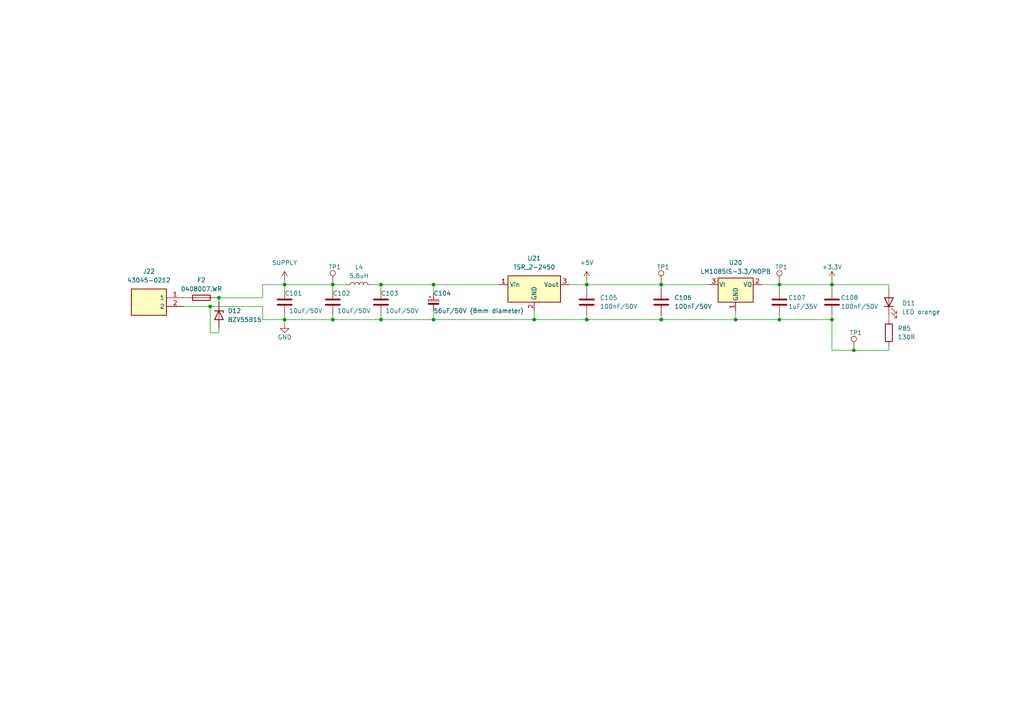
<source format=kicad_sch>
(kicad_sch (version 20230121) (generator eeschema)
  (paper "A4")
  (lib_symbols
    (symbol "43045-0212:43045-0212"
      (property "Reference" "J" (at 16.51 7.62 0))
      (property "Value" "43045-0212" (at 16.51 5.08 0))
      (symbol "43045-0212_1_1"
        (rectangle (start 5.08 2.54) (end 15.24 -5.08) (stroke (width 0.254)) (fill (type background)))
        (pin passive line (at 0 -2.54 0) (length 5.08) (name "1") (number "1"))
        (pin passive line (at 0 0 0) (length 5.08) (name "2") (number "2"))
      )
    )
    (symbol "Connector:TestPoint" (pin_numbers hide) (pin_names (offset 0.762) hide)
      (property "Reference" "TP" (at 0 6.858 0))
      (property "Value" "TestPoint" (at 0 5.08 0))
      (symbol "TestPoint_0_1"
        (circle (center 0 3.302) (radius 0.762))
      )
      (symbol "TestPoint_1_1"
        (pin passive line (at 0 0 90) (length 2.54) (name "1") (number "1"))
      )
    )
    (symbol "Device:C" (pin_numbers hide) (pin_names (offset 0.254))
      (property "Reference" "C" (at 0.635 2.54 0))
      (property "Value" "C" (at 0.635 -2.54 0))
      (symbol "C_0_1"
        (polyline (pts (xy -2.032 -0.762) (xy 2.032 -0.762)) (stroke (width 0.508)))
        (polyline (pts (xy -2.032 0.762) (xy 2.032 0.762)) (stroke (width 0.508)))
      )
      (symbol "C_1_1"
        (pin passive line (at 0 3.81 270) (length 2.794) (name "~") (number "1"))
        (pin passive line (at 0 -3.81 90) (length 2.794) (name "~") (number "2"))
      )
    )
    (symbol "Device:C_Polarized_Small" (pin_numbers hide) (pin_names (offset 0.254) hide)
      (property "Reference" "C" (at 0.254 1.778 0))
      (property "Value" "C_Polarized_Small" (at 0.254 -2.032 0))
      (symbol "C_Polarized_Small_0_1"
        (rectangle (start -1.524 -0.3048) (end 1.524 -0.6858) (fill (type outline)))
        (rectangle (start -1.524 0.6858) (end 1.524 0.3048))
        (polyline (pts (xy -1.27 1.524) (xy -0.762 1.524)))
        (polyline (pts (xy -1.016 1.27) (xy -1.016 1.778)))
      )
      (symbol "C_Polarized_Small_1_1"
        (pin passive line (at 0 2.54 270) (length 1.8542) (name "~") (number "1"))
        (pin passive line (at 0 -2.54 90) (length 1.8542) (name "~") (number "2"))
      )
    )
    (symbol "Device:Fuse" (pin_numbers hide) (pin_names (offset 0))
      (property "Reference" "F" (at 2.032 0 90))
      (property "Value" "Fuse" (at -1.905 0 90))
      (symbol "Fuse_0_1"
        (rectangle (start -0.762 -2.54) (end 0.762 2.54) (stroke (width 0.254)))
        (polyline (pts (xy 0 2.54) (xy 0 -2.54)))
      )
      (symbol "Fuse_1_1"
        (pin passive line (at 0 3.81 270) (length 1.27) (name "~") (number "1"))
        (pin passive line (at 0 -3.81 90) (length 1.27) (name "~") (number "2"))
      )
    )
    (symbol "Device:L" (pin_numbers hide) (pin_names (offset 1.016) hide)
      (property "Reference" "L" (at -1.27 0 90))
      (property "Value" "L" (at 1.905 0 90))
      (symbol "L_0_1"
        (arc (start 0 -2.54) (mid 0.6323 -1.905) (end 0 -1.27))
        (arc (start 0 -1.27) (mid 0.6323 -0.635) (end 0 0))
        (arc (start 0 0) (mid 0.6323 0.635) (end 0 1.27))
        (arc (start 0 1.27) (mid 0.6323 1.905) (end 0 2.54))
      )
      (symbol "L_1_1"
        (pin passive line (at 0 3.81 270) (length 1.27) (name "1") (number "1"))
        (pin passive line (at 0 -3.81 90) (length 1.27) (name "2") (number "2"))
      )
    )
    (symbol "Device:LED" (pin_numbers hide) (pin_names (offset 1.016) hide)
      (property "Reference" "D" (at 0 2.54 0))
      (property "Value" "LED" (at 0 -2.54 0))
      (symbol "LED_0_1"
        (polyline (pts (xy -1.27 -1.27) (xy -1.27 1.27)) (stroke (width 0.254)))
        (polyline (pts (xy -1.27 0) (xy 1.27 0)))
        (polyline (pts (xy 1.27 -1.27) (xy 1.27 1.27) (xy -1.27 0) (xy 1.27 -1.27)) (stroke (width 0.254)))
        (polyline (pts (xy -3.048 -0.762) (xy -4.572 -2.286) (xy -3.81 -2.286) (xy -4.572 -2.286) (xy -4.572 -1.524)))
        (polyline (pts (xy -1.778 -0.762) (xy -3.302 -2.286) (xy -2.54 -2.286) (xy -3.302 -2.286) (xy -3.302 -1.524)))
      )
      (symbol "LED_1_1"
        (pin passive line (at -3.81 0 0) (length 2.54) (name "K") (number "1"))
        (pin passive line (at 3.81 0 180) (length 2.54) (name "A") (number "2"))
      )
    )
    (symbol "Device:R" (pin_numbers hide) (pin_names (offset 0))
      (property "Reference" "R" (at 2.032 0 90))
      (property "Value" "R" (at 0 0 90))
      (symbol "R_0_1"
        (rectangle (start -1.016 -2.54) (end 1.016 2.54) (stroke (width 0.254)))
      )
      (symbol "R_1_1"
        (pin passive line (at 0 3.81 270) (length 1.27) (name "~") (number "1"))
        (pin passive line (at 0 -3.81 90) (length 1.27) (name "~") (number "2"))
      )
    )
    (symbol "Diode:BZV55B15" (pin_numbers hide) (pin_names hide)
      (property "Reference" "D" (at 0 2.54 0))
      (property "Value" "BZV55B15" (at 0 -2.54 0))
      (symbol "BZV55B15_0_1"
        (polyline (pts (xy 1.27 0) (xy -1.27 0)))
        (polyline (pts (xy -1.27 -1.27) (xy -1.27 1.27) (xy -0.762 1.27)) (stroke (width 0.254)))
        (polyline (pts (xy 1.27 -1.27) (xy 1.27 1.27) (xy -1.27 0) (xy 1.27 -1.27)) (stroke (width 0.254)))
      )
      (symbol "BZV55B15_1_1"
        (pin passive line (at -3.81 0 0) (length 2.54) (name "K") (number "1"))
        (pin passive line (at 3.81 0 180) (length 2.54) (name "A") (number "2"))
      )
    )
    (symbol "Regulator_Linear:LM1085-3.3" (pin_names (offset 0.254))
      (property "Reference" "U" (at -3.81 3.175 0))
      (property "Value" "LM1085-3.3" (at 0 3.175 0))
      (symbol "LM1085-3.3_0_1"
        (rectangle (start -5.08 1.905) (end 5.08 -5.08) (stroke (width 0.254)) (fill (type background)))
      )
      (symbol "LM1085-3.3_1_1"
        (pin power_in line (at 0 -7.62 90) (length 2.54) (name "GND") (number "1"))
        (pin power_out line (at 7.62 0 180) (length 2.54) (name "VO") (number "2"))
        (pin power_in line (at -7.62 0 0) (length 2.54) (name "VI") (number "3"))
      )
    )
    (symbol "Regulator_Switching:TSR_1-2490"
      (property "Reference" "U" (at -7.62 6.35 0))
      (property "Value" "TSR_1-2490" (at -1.27 6.35 0))
      (symbol "TSR_1-2490_0_1"
        (rectangle (start -7.62 5.08) (end 7.62 -2.54) (stroke (width 0.254)) (fill (type background)))
      )
      (symbol "TSR_1-2490_1_1"
        (pin power_in line (at -10.16 2.54 0) (length 2.54) (name "Vin") (number "1"))
        (pin power_in line (at 0 -5.08 90) (length 2.54) (name "GND") (number "2"))
        (pin power_out line (at 10.16 2.54 180) (length 2.54) (name "Vout") (number "3"))
      )
    )
    (symbol "bmsPower_Symbols:+3V3_0" (power) (in_bom no) (on_board no)
      (property "Value" "+3V3_0" (at 0 3.302 0))
      (symbol "+3V3_0_0_1"
        (polyline (pts (xy -0.762 1.27) (xy 0 2.54)))
        (polyline (pts (xy 0 0) (xy 0 2.54)))
        (polyline (pts (xy 0 2.54) (xy 0.762 1.27)))
      )
      (symbol "+3V3_0_1_1"
        (pin power_in line (at 0 0 90) (length 0) hide (name "+3.3V") (number "1"))
      )
    )
    (symbol "bmsPower_Symbols:GND_0" (power) (in_bom no) (on_board no)
      (property "Value" "GND_0" (at 0 -4.064 0))
      (symbol "GND_0_0_1"
        (polyline (pts (xy 0 0) (xy 0 -1.27) (xy 1.27 -1.27) (xy 0 -2.54) (xy -1.27 -1.27) (xy 0 -1.27)))
      )
      (symbol "GND_0_1_1"
        (pin power_in line (at 0 0 270) (length 0) hide (name "GND") (number "1"))
      )
    )
    (symbol "bmsPower_Symbols:SUPPLY_0" (power) (in_bom no) (on_board no)
      (property "Value" "SUPPLY_0" (at 0.254 3.302 0))
      (symbol "SUPPLY_0_0_1"
        (polyline (pts (xy -0.762 1.27) (xy 0 2.54)))
        (polyline (pts (xy 0 0) (xy 0 2.54)))
        (polyline (pts (xy 0 2.54) (xy 0.762 1.27)))
      )
      (symbol "SUPPLY_0_1_1"
        (pin power_in line (at 0 0 90) (length 0) hide (name "SUPPLY") (number "1"))
      )
    )
    (symbol "power:+5V" (power) (pin_names (offset 0))
      (property "Value" "+5V" (at 0 3.556 0))
      (symbol "+5V_0_1"
        (polyline (pts (xy -0.762 1.27) (xy 0 2.54)))
        (polyline (pts (xy 0 0) (xy 0 2.54)))
        (polyline (pts (xy 0 2.54) (xy 0.762 1.27)))
      )
      (symbol "+5V_1_1"
        (pin power_in line (at 0 0 90) (length 0) hide (name "+5V") (number "1"))
      )
    )
  )
  (junction (at 110.49 92.71))
  (junction (at 247.65 101.6))
  (junction (at 191.77 82.55))
  (junction (at 125.73 82.55))
  (junction (at 154.94 92.71))
  (junction (at 191.77 92.71))
  (junction (at 82.55 82.55))
  (junction (at 96.52 92.71))
  (junction (at 60.96 88.9))
  (junction (at 110.49 82.55))
  (junction (at 226.06 92.71))
  (junction (at 63.5 86.36))
  (junction (at 241.3 92.71))
  (junction (at 241.3 82.55))
  (junction (at 125.73 92.71))
  (junction (at 82.55 92.71))
  (junction (at 170.18 92.71))
  (junction (at 213.36 92.71))
  (junction (at 170.18 82.55))
  (junction (at 96.52 82.55))
  (junction (at 226.06 82.55))
  (wire (pts (xy 226.06 91.44) (xy 226.06 92.71)))
  (wire (pts (xy 82.55 92.71) (xy 96.52 92.71)))
  (wire (pts (xy 226.06 82.55) (xy 226.06 83.82)))
  (wire (pts (xy 63.5 95.25) (xy 63.5 96.52)))
  (wire (pts (xy 76.2 82.55) (xy 82.55 82.55)))
  (wire (pts (xy 60.96 88.9) (xy 60.96 96.52)))
  (wire (pts (xy 125.73 82.55) (xy 125.73 85.09)))
  (wire (pts (xy 125.73 82.55) (xy 144.78 82.55)))
  (wire (pts (xy 165.1 82.55) (xy 170.18 82.55)))
  (wire (pts (xy 247.65 101.6) (xy 257.81 101.6)))
  (wire (pts (xy 191.77 92.71) (xy 213.36 92.71)))
  (wire (pts (xy 76.2 92.71) (xy 82.55 92.71)))
  (wire (pts (xy 110.49 82.55) (xy 125.73 82.55)))
  (wire (pts (xy 154.94 90.17) (xy 154.94 92.71)))
  (wire (pts (xy 107.95 82.55) (xy 110.49 82.55)))
  (wire (pts (xy 76.2 82.55) (xy 76.2 86.36)))
  (wire (pts (xy 241.3 82.55) (xy 226.06 82.55)))
  (wire (pts (xy 110.49 91.44) (xy 110.49 92.71)))
  (wire (pts (xy 110.49 82.55) (xy 110.49 83.82)))
  (wire (pts (xy 125.73 92.71) (xy 154.94 92.71)))
  (wire (pts (xy 96.52 82.55) (xy 96.52 83.82)))
  (wire (pts (xy 60.96 96.52) (xy 63.5 96.52)))
  (wire (pts (xy 82.55 82.55) (xy 82.55 83.82)))
  (wire (pts (xy 257.81 91.44) (xy 257.81 92.71)))
  (wire (pts (xy 241.3 92.71) (xy 241.3 101.6)))
  (wire (pts (xy 82.55 82.55) (xy 96.52 82.55)))
  (wire (pts (xy 241.3 82.55) (xy 241.3 83.82)))
  (wire (pts (xy 170.18 81.28) (xy 170.18 82.55)))
  (wire (pts (xy 226.06 92.71) (xy 241.3 92.71)))
  (wire (pts (xy 257.81 82.55) (xy 257.81 83.82)))
  (wire (pts (xy 96.52 82.55) (xy 100.33 82.55)))
  (wire (pts (xy 170.18 91.44) (xy 170.18 92.71)))
  (wire (pts (xy 257.81 100.33) (xy 257.81 101.6)))
  (wire (pts (xy 76.2 86.36) (xy 63.5 86.36)))
  (wire (pts (xy 170.18 82.55) (xy 170.18 83.82)))
  (wire (pts (xy 170.18 82.55) (xy 191.77 82.55)))
  (wire (pts (xy 241.3 81.28) (xy 241.3 82.55)))
  (wire (pts (xy 191.77 82.55) (xy 205.74 82.55)))
  (wire (pts (xy 191.77 82.55) (xy 191.77 83.82)))
  (wire (pts (xy 53.34 88.9) (xy 60.96 88.9)))
  (wire (pts (xy 82.55 91.44) (xy 82.55 92.71)))
  (wire (pts (xy 63.5 86.36) (xy 63.5 87.63)))
  (wire (pts (xy 170.18 92.71) (xy 191.77 92.71)))
  (wire (pts (xy 213.36 90.17) (xy 213.36 92.71)))
  (wire (pts (xy 213.36 92.71) (xy 226.06 92.71)))
  (wire (pts (xy 54.61 86.36) (xy 53.34 86.36)))
  (wire (pts (xy 96.52 92.71) (xy 110.49 92.71)))
  (wire (pts (xy 76.2 88.9) (xy 76.2 92.71)))
  (wire (pts (xy 82.55 92.71) (xy 82.55 93.98)))
  (wire (pts (xy 191.77 91.44) (xy 191.77 92.71)))
  (wire (pts (xy 220.98 82.55) (xy 226.06 82.55)))
  (wire (pts (xy 241.3 101.6) (xy 247.65 101.6)))
  (wire (pts (xy 241.3 91.44) (xy 241.3 92.71)))
  (wire (pts (xy 154.94 92.71) (xy 170.18 92.71)))
  (wire (pts (xy 60.96 88.9) (xy 76.2 88.9)))
  (wire (pts (xy 125.73 92.71) (xy 125.73 90.17)))
  (wire (pts (xy 110.49 92.71) (xy 125.73 92.71)))
  (wire (pts (xy 241.3 82.55) (xy 257.81 82.55)))
  (wire (pts (xy 96.52 91.44) (xy 96.52 92.71)))
  (wire (pts (xy 82.55 81.28) (xy 82.55 82.55)))
  (wire (pts (xy 63.5 86.36) (xy 62.23 86.36)))
  (symbol (lib_id "Connector:TestPoint") (at 96.52 82.55 0) (unit 1)
    (property "Reference" "TP1" (at 95.25 77.47 0) (effects (justify left)))
    (property "Value" "TestPoint" (effects hide))
    (property "Footprint" "TestPoint:TestPoint_Keystone_5000-5004_Miniature" (effects hide))
    (instances (project "BMS-Master" (path "" (reference "TP1") (unit 1)) (path "" (reference "TP31") (unit 1))))
  )
  (symbol (lib_id "Device:LED") (at 257.81 87.63 90) (unit 1)
    (property "Reference" "D11" (at 261.62 87.9475 90) (effects (justify right)))
    (property "Value" "LED orange" (at 261.62 90.4875 90) (effects (justify right)))
    (property "Footprint" "LED_SMD:LED_0603_1608Metric" (effects hide))
  )
  (symbol (lib_id "Regulator_Switching:TSR_1-2490") (at 154.94 85.09 0) (unit 1)
    (property "Reference" "U21" (at 154.94 74.93 0))
    (property "Value" "TSR_2-2450" (at 154.94 77.47 0))
    (property "Footprint" "Converter_DCDC:Converter_DCDC_TRACO_TSR-1_THT" (effects hide))
    (property "Datasheet" "http://www.tracopower.com/products/tsr1.pdf" (effects hide))
  )
  (symbol (lib_id "Connector:TestPoint") (at 226.06 82.55 0) (unit 1)
    (property "Reference" "TP1" (at 224.79 77.47 0) (effects (justify left)))
    (property "Value" "TestPoint" (effects hide))
    (property "Footprint" "TestPoint:TestPoint_Keystone_5000-5004_Miniature" (effects hide))
    (instances (project "BMS-Master" (path "" (reference "TP1") (unit 1)) (path "" (reference "TP33") (unit 1))))
  )
  (symbol (lib_id "43045-0212:43045-0212") (at 53.34 88.9 180) (unit 1)
    (property "Reference" "J22" (at 43.18 78.74 0))
    (property "Value" "43045-0212" (at 43.18 81.28 0))
    (property "Footprint" "43045-0212:43045-02YY_121314" (effects hide))
    (property "Datasheet" "https://www.molex.com/pdm_docs/sd/430450612_sd.pdf" (effects hide))
    (property "Height" "9.91" (effects hide))
    (property "Manufacturer_Name" "Molex" (effects hide))
    (property "Manufacturer_Part_Number" "43045-0212" (effects hide))
    (property "Mouser Part Number" "538-430-45-0212" (effects hide))
    (property "Mouser Price/Stock" "https://www.mouser.co.uk/ProductDetail/Molex/43045-0212?qs=QtQX4uD3c2XFLtjr%252BHeRmQ%3D%3D" (effects hide))
  )
  (symbol (lib_id "Connector:TestPoint") (at 191.77 82.55 0) (unit 1)
    (property "Reference" "TP1" (at 190.5 77.47 0) (effects (justify left)))
    (property "Value" "TestPoint" (effects hide))
    (property "Footprint" "TestPoint:TestPoint_Keystone_5000-5004_Miniature" (effects hide))
    (instances (project "BMS-Master" (path "" (reference "TP1") (unit 1)) (path "" (reference "TP32") (unit 1))))
  )
  (symbol (lib_id "Diode:BZV55B15") (at 63.5 91.44 270) (unit 1)
    (property "Reference" "D12" (at 66.04 90.17 90) (effects (justify left)))
    (property "Value" "BZV55B15" (at 66.04 92.71 90) (effects (justify left)))
    (property "Footprint" "Diode_SMD:D_MiniMELF" (effects hide))
    (property "Datasheet" "https://assets.nexperia.com/documents/data-sheet/BZV55_SER.pdf" (effects hide))
  )
  (symbol (lib_id "Device:C") (at 226.06 87.63 0) (unit 1)
    (property "Reference" "C107" (at 228.6 86.36 0) (effects (justify left)))
    (property "Value" "1uF/35V" (at 228.6 88.9 0) (effects (justify left)))
    (property "Footprint" "Capacitor_SMD:C_0603_1608Metric" (effects hide))
  )
  (symbol (lib_id "Regulator_Linear:LM1085-3.3") (at 213.36 82.55 0) (unit 1)
    (property "Reference" "U20" (at 213.36 76.2 0))
    (property "Value" "LM1085IS-3.3/NOPB" (at 213.36 78.74 0))
    (property "Footprint" "Package_TO_SOT_SMD:TO-263-3_TabPin2" (effects hide))
    (property "Datasheet" "http://www.ti.com/lit/ds/symlink/lm1085.pdf" (effects hide))
  )
  (symbol (lib_id "Device:C") (at 96.52 87.63 0) (unit 1)
    (property "Reference" "C102" (at 96.52 85.09 0) (effects (justify left)))
    (property "Value" "10uF/50V" (at 97.79 90.17 0) (effects (justify left)))
    (property "Footprint" "Capacitor_SMD:C_1206_3216Metric" (effects hide))
  )
  (symbol (lib_id "Device:C") (at 170.18 87.63 0) (unit 1)
    (property "Reference" "C105" (at 173.99 86.36 0) (effects (justify left)))
    (property "Value" "100nF/50V" (at 173.99 88.9 0) (effects (justify left)))
    (property "Footprint" "Capacitor_SMD:C_0603_1608Metric" (effects hide))
  )
  (symbol (lib_id "Device:R") (at 257.81 96.52 0) (unit 1)
    (property "Reference" "R85" (at 260.35 95.25 0) (effects (justify left)))
    (property "Value" "130R" (at 260.35 97.79 0) (effects (justify left)))
    (property "Footprint" "Resistor_SMD:R_0603_1608Metric" (effects hide))
  )
  (symbol (lib_id "Device:C_Polarized_Small") (at 125.73 87.63 0) (unit 1)
    (property "Reference" "C104" (at 125.73 85.09 0) (effects (justify left)))
    (property "Value" "56uF/50V (8mm diameter)" (at 125.73 90.17 0) (effects (justify left)))
    (property "Footprint" "Capacitor_SMD:CP_Elec_8x10" (effects hide))
  )
  (symbol (lib_id "bmsPower_Symbols:SUPPLY_0") (at 82.55 81.28 0) (unit 1) (in_bom no) (on_board no)
    (property "Reference" "#PWR0182" (effects hide))
    (property "Value" "SUPPLY_0" (at 82.55 76.2 0))
  )
  (symbol (lib_id "Device:L") (at 104.14 82.55 90) (unit 1)
    (property "Reference" "L4" (at 104.14 77.47 90))
    (property "Value" "5.6uH" (at 104.14 80.01 90))
    (property "Footprint" "Inductor_SMD:L_TracoPower_TCK-141" (effects hide))
  )
  (symbol (lib_id "bmsPower_Symbols:GND_0") (at 82.55 93.98 0) (unit 1) (in_bom no) (on_board no)
    (property "Reference" "#PWR0185" (effects hide))
    (property "Value" "GND_0" (at 82.55 97.79 0))
  )
  (symbol (lib_id "Device:Fuse") (at 58.42 86.36 90) (unit 1)
    (property "Reference" "F2" (at 58.42 81.28 90))
    (property "Value" "0408007.WR" (at 58.42 83.82 90))
    (property "Footprint" "Fuse:Fuse_0603_1608Metric" (effects hide))
  )
  (symbol (lib_id "Device:C") (at 241.3 87.63 0) (unit 1)
    (property "Reference" "C108" (at 243.84 86.36 0) (effects (justify left)))
    (property "Value" "100nF/50V" (at 243.84 88.9 0) (effects (justify left)))
    (property "Footprint" "Capacitor_SMD:C_0603_1608Metric" (effects hide))
  )
  (symbol (lib_id "bmsPower_Symbols:+3V3_0") (at 241.3 81.28 0) (unit 1) (in_bom no) (on_board no)
    (property "Reference" "#PWR0184" (effects hide))
    (property "Value" "+3V3_0" (at 241.3 77.47 0))
  )
  (symbol (lib_id "Connector:TestPoint") (at 247.65 101.6 0) (unit 1)
    (property "Reference" "TP1" (at 246.38 96.52 0) (effects (justify left)))
    (property "Value" "TestPoint" (effects hide))
    (property "Footprint" "TestPoint:TestPoint_Keystone_5000-5004_Miniature" (effects hide))
    (instances (project "BMS-Master" (path "" (reference "TP1") (unit 1)) (path "" (reference "TP34") (unit 1))))
  )
  (symbol (lib_id "Device:C") (at 191.77 87.63 0) (unit 1)
    (property "Reference" "C106" (at 195.58 86.36 0) (effects (justify left)))
    (property "Value" "100nF/50V" (at 195.58 88.9 0) (effects (justify left)))
    (property "Footprint" "Capacitor_SMD:C_0603_1608Metric" (effects hide))
  )
  (symbol (lib_id "power:+5V") (at 170.18 81.28 0) (unit 1)
    (property "Reference" "#PWR0183" (effects hide))
    (property "Value" "+5V" (at 170.18 76.2 0))
  )
  (symbol (lib_id "Device:C") (at 82.55 87.63 0) (unit 1)
    (property "Reference" "C101" (at 82.55 85.09 0) (effects (justify left)))
    (property "Value" "10uF/50V" (at 83.82 90.17 0) (effects (justify left)))
    (property "Footprint" "Capacitor_SMD:C_1206_3216Metric" (effects hide))
  )
  (symbol (lib_id "Device:C") (at 110.49 87.63 0) (unit 1)
    (property "Reference" "C103" (at 110.49 85.09 0) (effects (justify left)))
    (property "Value" "10uF/50V" (at 111.76 90.17 0) (effects (justify left)))
    (property "Footprint" "Capacitor_SMD:C_1210_3225Metric" (effects hide))
  )
)
</source>
